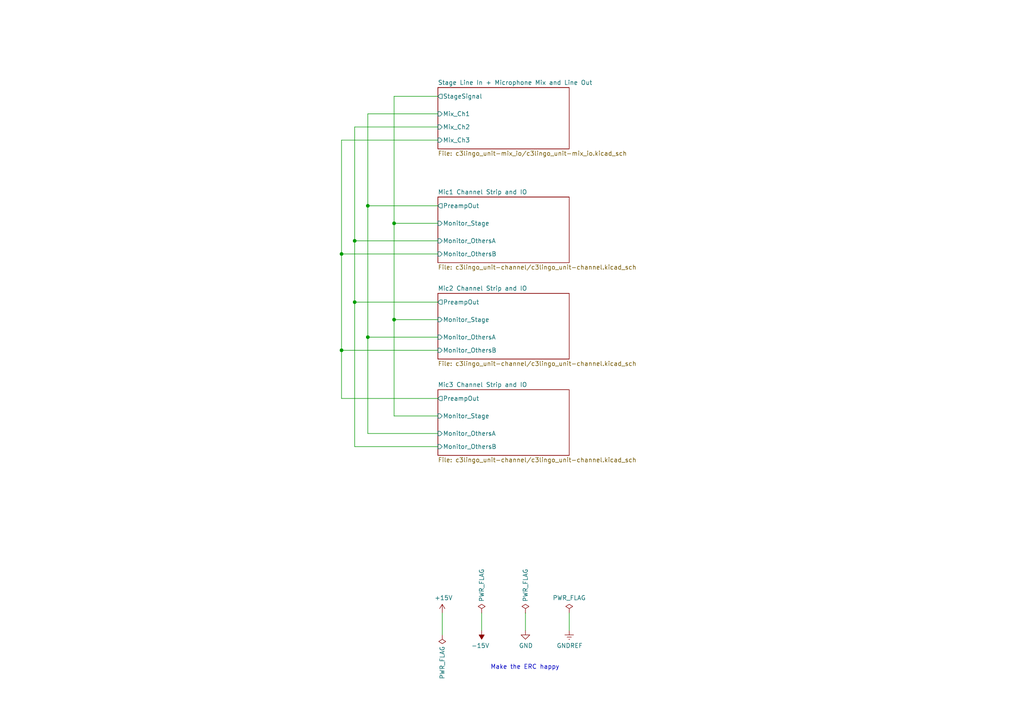
<source format=kicad_sch>
(kicad_sch (version 20211123) (generator eeschema)
  (paper "A4")
  (title_block (title "c3lingo interpeter unit") (date "2021-09-02") (rev "v0.2.1") (company "Jannik Beyerstedt (jtbx)") (comment 1 "Prototype 1 (with errata)"))
  (lib_symbols
    (symbol "power:+15V" (power) (pin_names (offset 0))
      (property "Value" "+15V" (at 0 3.556 0))
      (symbol "+15V_0_1"
        (polyline (pts (xy -0.762 1.27) (xy 0 2.54)))
        (polyline (pts (xy 0 0) (xy 0 2.54)))
        (polyline (pts (xy 0 2.54) (xy 0.762 1.27)))
      )
      (symbol "+15V_1_1"
        (pin power_in line (at 0 0 90) (length 0) hide (name "+15V") (number "1"))
      )
    )
    (symbol "power:-15V" (power) (pin_names (offset 0))
      (property "Value" "-15V" (at 0 3.81 0))
      (symbol "-15V_0_0"
        (pin power_in line (at 0 0 90) (length 0) hide (name "-15V") (number "1"))
      )
      (symbol "-15V_0_1"
        (polyline (pts (xy 0 0) (xy 0 1.27) (xy 0.762 1.27) (xy 0 2.54) (xy -0.762 1.27) (xy 0 1.27)) (fill (type outline)))
      )
    )
    (symbol "power:GND" (power) (pin_names (offset 0))
      (property "Value" "GND" (at 0 -3.81 0))
      (symbol "GND_0_1"
        (polyline (pts (xy 0 0) (xy 0 -1.27) (xy 1.27 -1.27) (xy 0 -2.54) (xy -1.27 -1.27) (xy 0 -1.27)))
      )
      (symbol "GND_1_1"
        (pin power_in line (at 0 0 270) (length 0) hide (name "GND") (number "1"))
      )
    )
    (symbol "power:GNDREF" (power) (pin_names (offset 0))
      (property "Value" "GNDREF" (at 0 -3.81 0))
      (symbol "GNDREF_0_1"
        (polyline (pts (xy -0.635 -1.905) (xy 0.635 -1.905)))
        (polyline (pts (xy -0.127 -2.54) (xy 0.127 -2.54)))
        (polyline (pts (xy 0 -1.27) (xy 0 0)))
        (polyline (pts (xy 1.27 -1.27) (xy -1.27 -1.27)))
      )
      (symbol "GNDREF_1_1"
        (pin power_in line (at 0 0 270) (length 0) hide (name "GNDREF") (number "1"))
      )
    )
    (symbol "power:PWR_FLAG" (power) (pin_numbers hide) (pin_names (offset 0) hide)
      (property "Value" "PWR_FLAG" (at 0 3.81 0))
      (symbol "PWR_FLAG_0_0"
        (pin power_out line (at 0 0 90) (length 0) (name "pwr") (number "1"))
      )
      (symbol "PWR_FLAG_0_1"
        (polyline (pts (xy 0 0) (xy 0 1.27) (xy -1.016 1.905) (xy 0 2.54) (xy 1.016 1.905) (xy 0 1.27)))
      )
    )
  )
  (junction (at 99.06 73.66))
  (junction (at 106.68 97.79))
  (junction (at 102.87 69.85))
  (junction (at 102.87 87.63))
  (junction (at 99.06 101.6))
  (junction (at 106.68 59.69))
  (junction (at 114.3 64.77))
  (junction (at 114.3 92.71))
  (wire (pts (xy 102.87 36.83) (xy 127 36.83)))
  (wire (pts (xy 99.06 115.57) (xy 99.06 101.6)))
  (wire (pts (xy 106.68 59.69) (xy 106.68 33.02)))
  (wire (pts (xy 102.87 87.63) (xy 102.87 69.85)))
  (wire (pts (xy 114.3 120.65) (xy 127 120.65)))
  (wire (pts (xy 114.3 92.71) (xy 127 92.71)))
  (wire (pts (xy 114.3 27.94) (xy 114.3 64.77)))
  (wire (pts (xy 106.68 33.02) (xy 127 33.02)))
  (wire (pts (xy 99.06 40.64) (xy 127 40.64)))
  (wire (pts (xy 106.68 59.69) (xy 106.68 97.79)))
  (wire (pts (xy 127 87.63) (xy 102.87 87.63)))
  (wire (pts (xy 139.7 177.8) (xy 139.7 182.88)))
  (wire (pts (xy 102.87 69.85) (xy 102.87 36.83)))
  (wire (pts (xy 114.3 64.77) (xy 127 64.77)))
  (wire (pts (xy 99.06 73.66) (xy 127 73.66)))
  (wire (pts (xy 106.68 97.79) (xy 106.68 125.73)))
  (wire (pts (xy 127 27.94) (xy 114.3 27.94)))
  (wire (pts (xy 128.27 177.8) (xy 128.27 184.15)))
  (wire (pts (xy 102.87 69.85) (xy 127 69.85)))
  (wire (pts (xy 99.06 73.66) (xy 99.06 40.64)))
  (wire (pts (xy 106.68 97.79) (xy 127 97.79)))
  (wire (pts (xy 114.3 64.77) (xy 114.3 92.71)))
  (wire (pts (xy 127 115.57) (xy 99.06 115.57)))
  (wire (pts (xy 102.87 129.54) (xy 127 129.54)))
  (wire (pts (xy 127 59.69) (xy 106.68 59.69)))
  (wire (pts (xy 99.06 101.6) (xy 99.06 73.66)))
  (wire (pts (xy 127 101.6) (xy 99.06 101.6)))
  (wire (pts (xy 106.68 125.73) (xy 127 125.73)))
  (wire (pts (xy 102.87 87.63) (xy 102.87 129.54)))
  (wire (pts (xy 165.1 182.88) (xy 165.1 177.8)))
  (wire (pts (xy 114.3 92.71) (xy 114.3 120.65)))
  (wire (pts (xy 152.4 177.8) (xy 152.4 182.88)))
  (text "Make the ERC happy" (at 142.24 194.31 0) (effects (font (size 1.27 1.27)) (justify left bottom)))
  (symbol (lib_id "power:GND") (at 152.4 182.88 0) (unit 1)
    (property "Reference" "#PWR0103" (effects hide))
    (property "Value" "GND" (at 152.527 187.2742 0))
  )
  (symbol (lib_id "power:+15V") (at 128.27 177.8 0) (unit 1)
    (property "Reference" "#PWR0101" (effects hide))
    (property "Value" "+15V" (at 128.651 173.4058 0))
  )
  (symbol (lib_id "power:-15V") (at 139.7 182.88 180) (unit 1)
    (property "Reference" "#PWR0102" (effects hide))
    (property "Value" "-15V" (at 139.319 187.2742 0))
  )
  (symbol (lib_id "power:PWR_FLAG") (at 128.27 184.15 180) (unit 1)
    (property "Reference" "#FLG0104" (effects hide))
    (property "Value" "PWR_FLAG" (at 128.27 187.3758 90) (effects (justify left)))
  )
  (symbol (lib_id "power:PWR_FLAG") (at 152.4 177.8 0) (unit 1)
    (property "Reference" "#FLG0102" (effects hide))
    (property "Value" "PWR_FLAG" (at 152.4 174.5742 90) (effects (justify left)))
  )
  (symbol (lib_id "power:PWR_FLAG") (at 165.1 177.8 0) (unit 1)
    (property "Reference" "#FLG0103" (effects hide))
    (property "Value" "PWR_FLAG" (at 165.1 173.4058 0))
  )
  (symbol (lib_id "power:GNDREF") (at 165.1 182.88 0) (unit 1)
    (property "Reference" "#PWR0104" (effects hide))
    (property "Value" "GNDREF" (at 165.227 187.2742 0))
  )
  (symbol (lib_id "power:PWR_FLAG") (at 139.7 177.8 0) (unit 1)
    (property "Reference" "#FLG0101" (effects hide))
    (property "Value" "PWR_FLAG" (at 139.7 174.5742 90) (effects (justify left)))
  )
  (sheet (at 127 57.15) (size 38.1 19.05)
    (property "Sheet name" "Mic1 Channel Strip and IO" (at 127 56.4384 0) (effects (justify left bottom)))
    (property "Sheet file" "c3lingo_unit-channel/c3lingo_unit-channel.kicad_sch" (at 127 76.7846 0) (effects (justify left top)))
    (pin "PreampOut" output (at 127 59.69 180))
    (pin "Monitor_OthersA" input (at 127 69.85 180))
    (pin "Monitor_OthersB" input (at 127 73.66 180))
    (pin "Monitor_Stage" input (at 127 64.77 180))
  )
  (sheet (at 127 25.4) (size 38.1 17.78)
    (property "Sheet name" "Stage Line In + Microphone Mix and Line Out" (at 127 24.6884 0) (effects (justify left bottom)))
    (property "Sheet file" "c3lingo_unit-mix_io/c3lingo_unit-mix_io.kicad_sch" (at 127 43.7646 0) (effects (justify left top)))
    (pin "StageSignal" output (at 127 27.94 180))
    (pin "Mix_Ch1" input (at 127 33.02 180))
    (pin "Mix_Ch2" input (at 127 36.83 180))
    (pin "Mix_Ch3" input (at 127 40.64 180))
  )
  (sheet (at 127 85.09) (size 38.1 19.05)
    (property "Sheet name" "Mic2 Channel Strip and IO" (at 127 84.3784 0) (effects (justify left bottom)))
    (property "Sheet file" "c3lingo_unit-channel/c3lingo_unit-channel.kicad_sch" (at 127 104.7246 0) (effects (justify left top)))
    (pin "PreampOut" output (at 127 87.63 180))
    (pin "Monitor_OthersA" input (at 127 97.79 180))
    (pin "Monitor_OthersB" input (at 127 101.6 180))
    (pin "Monitor_Stage" input (at 127 92.71 180))
  )
  (sheet (at 127 113.03) (size 38.1 19.05)
    (property "Sheet name" "Mic3 Channel Strip and IO" (at 127 112.3184 0) (effects (justify left bottom)))
    (property "Sheet file" "c3lingo_unit-channel/c3lingo_unit-channel.kicad_sch" (at 127 132.6646 0) (effects (justify left top)))
    (pin "PreampOut" output (at 127 115.57 180))
    (pin "Monitor_OthersA" input (at 127 125.73 180))
    (pin "Monitor_OthersB" input (at 127 129.54 180))
    (pin "Monitor_Stage" input (at 127 120.65 180))
  )
)
</source>
